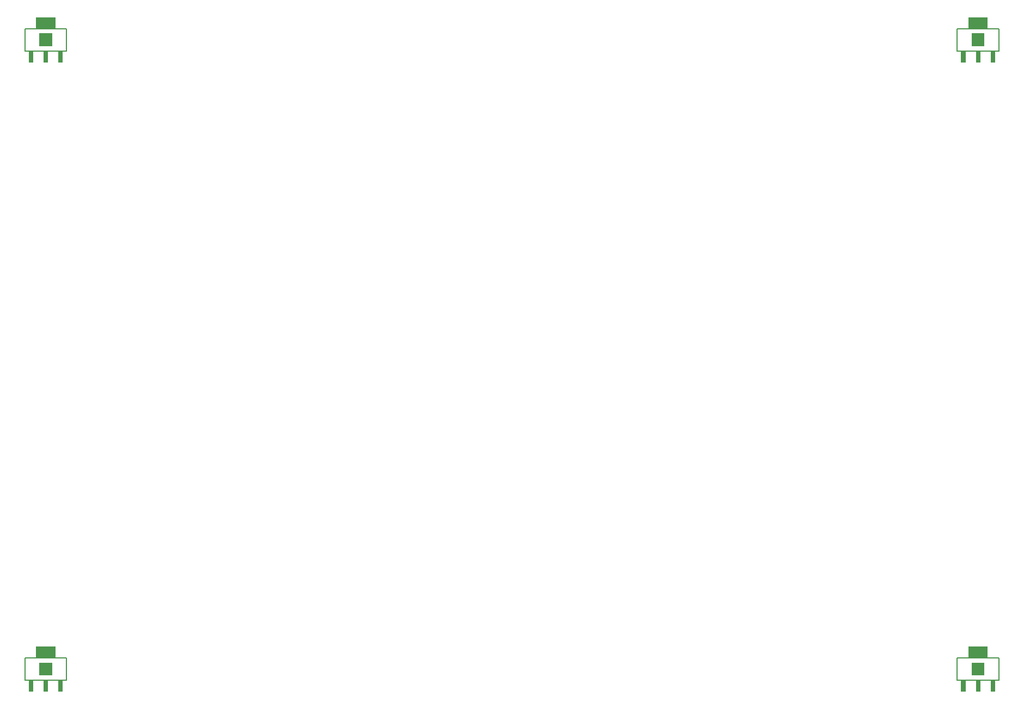
<source format=gbr>
G04 DipTrace 2.4.0.2*
%INBottomAssy.gbr*%
%MOIN*%
%ADD18C,0.006*%
%FSLAX44Y44*%
G04*
G70*
G90*
G75*
G01*
%LNBotAssy*%
%LPD*%
X35931Y66600D2*
D18*
Y65222D1*
X36045D1*
X36951D2*
X36565D1*
X37856D2*
X37470D1*
X38376D2*
X38490D1*
Y66600D1*
X37923D1*
X36498D2*
X35931D1*
G36*
X37348Y64533D2*
X37073D1*
Y65222D1*
X37348D1*
Y64533D1*
G37*
G36*
X38254D2*
X37978D1*
Y65222D1*
X38254D1*
Y64533D1*
G37*
G36*
X37801Y66600D2*
X36620D1*
Y67289D1*
X37801D1*
Y66600D1*
G37*
G36*
X36443Y64533D2*
X36167D1*
Y65222D1*
X36443D1*
Y64533D1*
G37*
X38376Y65222D2*
D18*
X37856D1*
X37470D2*
X36951D1*
X36565D2*
X36045D1*
X37923Y66600D2*
X36498D1*
G36*
X37604Y65517D2*
X36817D1*
Y66305D1*
X37604D1*
Y65517D1*
G37*
X35931Y28017D2*
D18*
Y26639D1*
X36045D1*
X36951D2*
X36565D1*
X37856D2*
X37470D1*
X38376D2*
X38490D1*
Y28017D1*
X37923D1*
X36498D2*
X35931D1*
G36*
X37348Y25950D2*
X37073D1*
Y26639D1*
X37348D1*
Y25950D1*
G37*
G36*
X38254D2*
X37978D1*
Y26639D1*
X38254D1*
Y25950D1*
G37*
G36*
X37801Y28017D2*
X36620D1*
Y28706D1*
X37801D1*
Y28017D1*
G37*
G36*
X36443Y25950D2*
X36167D1*
Y26639D1*
X36443D1*
Y25950D1*
G37*
X38376Y26639D2*
D18*
X37856D1*
X37470D2*
X36951D1*
X36565D2*
X36045D1*
X37923Y28017D2*
X36498D1*
G36*
X37604Y26935D2*
X36817D1*
Y27722D1*
X37604D1*
Y26935D1*
G37*
X93018Y66600D2*
D18*
Y65222D1*
X93132D1*
X94038D2*
X93652D1*
X94943D2*
X94557D1*
X95463D2*
X95577D1*
Y66600D1*
X95010D1*
X93585D2*
X93018D1*
G36*
X94435Y64533D2*
X94160D1*
Y65222D1*
X94435D1*
Y64533D1*
G37*
G36*
X95341D2*
X95065D1*
Y65222D1*
X95341D1*
Y64533D1*
G37*
G36*
X94888Y66600D2*
X93707D1*
Y67289D1*
X94888D1*
Y66600D1*
G37*
G36*
X93530Y64533D2*
X93254D1*
Y65222D1*
X93530D1*
Y64533D1*
G37*
X95463Y65222D2*
D18*
X94943D1*
X94557D2*
X94038D1*
X93652D2*
X93132D1*
X95010Y66600D2*
X93585D1*
G36*
X94691Y65517D2*
X93904D1*
Y66305D1*
X94691D1*
Y65517D1*
G37*
X93018Y28017D2*
D18*
Y26639D1*
X93132D1*
X94038D2*
X93652D1*
X94943D2*
X94557D1*
X95463D2*
X95577D1*
Y28017D1*
X95010D1*
X93585D2*
X93018D1*
G36*
X94435Y25950D2*
X94160D1*
Y26639D1*
X94435D1*
Y25950D1*
G37*
G36*
X95341D2*
X95065D1*
Y26639D1*
X95341D1*
Y25950D1*
G37*
G36*
X94888Y28017D2*
X93707D1*
Y28706D1*
X94888D1*
Y28017D1*
G37*
G36*
X93530Y25950D2*
X93254D1*
Y26639D1*
X93530D1*
Y25950D1*
G37*
X95463Y26639D2*
D18*
X94943D1*
X94557D2*
X94038D1*
X93652D2*
X93132D1*
X95010Y28017D2*
X93585D1*
G36*
X94691Y26935D2*
X93904D1*
Y27722D1*
X94691D1*
Y26935D1*
G37*
M02*

</source>
